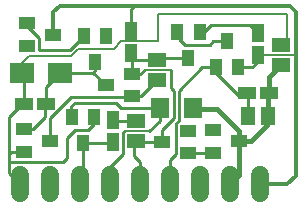
<source format=gtl>
G75*
%MOIN*%
%OFA0B0*%
%FSLAX24Y24*%
%IPPOS*%
%LPD*%
%AMOC8*
5,1,8,0,0,1.08239X$1,22.5*
%
%ADD10C,0.0600*%
%ADD11R,0.0394X0.0591*%
%ADD12R,0.0591X0.0394*%
%ADD13R,0.0630X0.0709*%
%ADD14R,0.0512X0.0591*%
%ADD15R,0.0591X0.0512*%
%ADD16R,0.0846X0.0709*%
%ADD17R,0.0394X0.0551*%
%ADD18R,0.0551X0.0394*%
%ADD19C,0.0120*%
%ADD20C,0.0100*%
%ADD21C,0.0050*%
%ADD22C,0.0160*%
D10*
X004530Y004777D02*
X004530Y005377D01*
X005530Y005377D02*
X005530Y004777D01*
X006530Y004777D02*
X006530Y005377D01*
X007530Y005377D02*
X007530Y004777D01*
X008530Y004777D02*
X008530Y005377D01*
X009530Y005377D02*
X009530Y004777D01*
X010530Y004777D02*
X010530Y005377D01*
X011530Y005377D02*
X011530Y004777D01*
X012530Y004777D02*
X012530Y005377D01*
D11*
X012459Y009384D03*
X012459Y010124D03*
X008219Y010195D03*
X008219Y009455D03*
X007629Y007211D03*
X007629Y006471D03*
D12*
X005400Y007735D03*
X004660Y007735D03*
X012093Y008097D03*
X012833Y008097D03*
D13*
X010306Y007613D03*
X009203Y007613D03*
D14*
X012136Y007333D03*
X012806Y007333D03*
D15*
X013235Y009058D03*
X013235Y009727D03*
X009109Y009223D03*
X009109Y008554D03*
X008396Y007176D03*
X008396Y006506D03*
D16*
X005867Y008786D03*
X004587Y008786D03*
D17*
X006266Y007310D03*
X007014Y007310D03*
X006640Y006443D03*
X007034Y009160D03*
X006660Y010026D03*
X007408Y010026D03*
X009774Y010156D03*
X010522Y010156D03*
X010148Y009290D03*
X011069Y008963D03*
X011817Y008963D03*
X011443Y009829D03*
D18*
X010975Y006872D03*
X010975Y006124D03*
X010148Y006113D03*
X010148Y006861D03*
X009282Y006487D03*
X008255Y007998D03*
X008255Y008747D03*
X007388Y008372D03*
X005644Y010061D03*
X004778Y009687D03*
X004778Y010435D03*
X004672Y006896D03*
X004672Y006148D03*
X005538Y006522D03*
X011841Y006498D03*
D19*
X012530Y005077D02*
X012542Y005065D01*
X013451Y005065D01*
X013727Y005341D01*
X013727Y009357D01*
X013727Y010813D01*
X013530Y011010D01*
X008333Y011010D01*
X005853Y011010D01*
X005644Y010802D01*
X005644Y010061D01*
D20*
X005184Y009947D02*
X005184Y009554D01*
X006188Y009554D01*
X006660Y010026D01*
X007034Y009160D02*
X007034Y008845D01*
X006975Y008786D01*
X007388Y008372D01*
X006975Y008786D02*
X005867Y008786D01*
X005400Y008319D01*
X005400Y007735D01*
X005380Y007715D01*
X005380Y007310D01*
X004967Y006896D01*
X004672Y006896D01*
X004160Y007310D02*
X004160Y006089D01*
X004219Y006148D01*
X004672Y006148D01*
X004199Y005813D02*
X004160Y005774D01*
X004160Y005447D01*
X004530Y005077D01*
X004160Y005774D02*
X004160Y006089D01*
X004199Y005813D02*
X005971Y005813D01*
X006089Y005932D01*
X006089Y006601D01*
X006365Y006876D01*
X006798Y006876D01*
X007014Y007093D01*
X007014Y007310D01*
X007629Y007211D02*
X007664Y007176D01*
X008396Y007176D01*
X008018Y006837D02*
X007979Y006798D01*
X007979Y006089D01*
X007530Y005640D01*
X007530Y005077D01*
X006640Y005187D02*
X006530Y005077D01*
X006640Y005187D02*
X006640Y006443D01*
X007601Y006443D01*
X007629Y006471D01*
X008333Y006443D02*
X008333Y006010D01*
X008530Y005813D01*
X008530Y005077D01*
X009530Y005077D02*
X009530Y005869D01*
X009751Y006089D01*
X009751Y007113D01*
X009829Y007191D01*
X009829Y008176D01*
X010617Y008963D01*
X011069Y008963D01*
X011069Y008786D01*
X011877Y007979D01*
X011975Y007979D01*
X012093Y008097D01*
X012136Y008054D01*
X012136Y007333D01*
X010975Y006124D02*
X010963Y006113D01*
X010148Y006113D01*
X009282Y006487D02*
X009278Y006491D01*
X009278Y006876D01*
X009672Y007270D01*
X009672Y008176D01*
X009554Y008294D01*
X009554Y008884D01*
X009109Y008554D02*
X008554Y007998D01*
X008255Y007998D01*
X008235Y007979D01*
X006247Y007979D01*
X005538Y007270D01*
X005538Y006522D01*
X006266Y007310D02*
X006247Y007329D01*
X006247Y007664D01*
X006365Y007782D01*
X007743Y007782D01*
X007912Y007613D01*
X009203Y007613D01*
X009199Y007412D01*
X009199Y007191D01*
X008845Y006837D01*
X008416Y006487D02*
X008396Y006506D01*
X008333Y006443D01*
X008416Y006487D02*
X009282Y006487D01*
X009199Y007589D02*
X009203Y007613D01*
X008550Y008747D02*
X008255Y008747D01*
X008255Y009160D01*
X008317Y009223D01*
X009109Y009223D01*
X009176Y009290D01*
X010148Y009290D01*
X010026Y009711D02*
X009829Y009908D01*
X009829Y010101D01*
X009774Y010156D01*
X010026Y009711D02*
X010853Y009711D01*
X010971Y009829D01*
X011443Y009829D01*
X010892Y010380D02*
X012203Y010380D01*
X012459Y010124D01*
X012459Y009384D02*
X012495Y009384D01*
X012467Y009376D02*
X012459Y009384D01*
X012467Y009376D02*
X012467Y009160D01*
X012270Y008963D01*
X011817Y008963D01*
X010668Y010156D02*
X010522Y010156D01*
X010668Y010156D02*
X010892Y010380D01*
X008688Y008884D02*
X008550Y008747D01*
X008255Y009160D02*
X008255Y009420D01*
X008219Y009455D01*
X008219Y010195D02*
X008219Y010896D01*
X008333Y011010D01*
X005184Y009947D02*
X004778Y010353D01*
X004778Y010435D01*
X004587Y008786D02*
X004660Y008713D01*
X004660Y007735D01*
X004585Y007735D01*
X004160Y007310D01*
D21*
X004587Y008786D02*
X004593Y008792D01*
X004593Y009121D01*
X004829Y009357D01*
X006247Y009357D01*
X006483Y009593D01*
X007664Y009593D01*
X007900Y009829D01*
X009121Y009829D01*
X009121Y010735D01*
X013451Y010735D01*
X013451Y009727D01*
X013235Y009727D01*
X013699Y009384D02*
X013727Y009357D01*
X013699Y009384D02*
X012495Y009384D01*
X009554Y008884D02*
X008688Y008884D01*
X008845Y006837D02*
X008018Y006837D01*
D22*
X010314Y007585D02*
X010306Y007613D01*
X010314Y007585D02*
X011089Y007585D01*
X011841Y006833D01*
X011841Y006498D01*
X012247Y006498D01*
X012782Y007034D01*
X012782Y007310D01*
X012806Y007333D01*
X012806Y008069D01*
X012833Y008097D01*
X012833Y008656D01*
X013235Y009058D01*
X011841Y006498D02*
X011841Y005388D01*
X011530Y005077D01*
M02*

</source>
